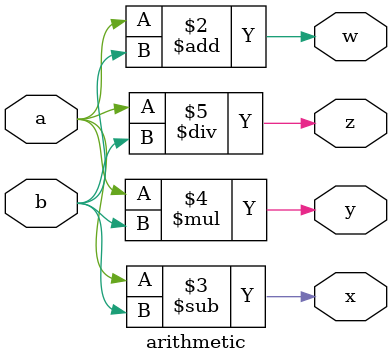
<source format=v>
module arithmetic(input a, b,
   		  output reg w, x, y, z);

	always @ (*) begin
		w = a + b;
		x = a - b;
		y = a * b;
		z = a / b;	
	end
endmodule	

</source>
